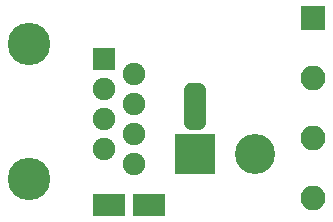
<source format=gbr>
G04 #@! TF.GenerationSoftware,KiCad,Pcbnew,5.99.0-unknown-2a1594d~86~ubuntu18.04.1*
G04 #@! TF.CreationDate,2020-02-12T17:40:13+02:00*
G04 #@! TF.ProjectId,adapter,61646170-7465-4722-9e6b-696361645f70,rev?*
G04 #@! TF.SameCoordinates,Original*
G04 #@! TF.FileFunction,Soldermask,Bot*
G04 #@! TF.FilePolarity,Negative*
%FSLAX46Y46*%
G04 Gerber Fmt 4.6, Leading zero omitted, Abs format (unit mm)*
G04 Created by KiCad (PCBNEW 5.99.0-unknown-2a1594d~86~ubuntu18.04.1) date 2020-02-12 17:40:13*
%MOMM*%
%LPD*%
G01*
G04 APERTURE LIST*
%ADD10R,2.100000X2.100000*%
%ADD11O,2.100000X2.100000*%
%ADD12R,1.900000X1.400000*%
%ADD13R,1.400000X1.900000*%
%ADD14R,3.400000X3.400000*%
%ADD15C,3.400000*%
%ADD16C,1.900000*%
%ADD17R,1.900000X1.900000*%
%ADD18C,3.600000*%
G04 APERTURE END LIST*
D10*
X81500000Y-42000000D03*
D11*
X81500000Y-47080000D03*
X81500000Y-52160000D03*
X81500000Y-57240000D03*
G36*
X72452935Y-48232649D02*
G01*
X72450000Y-48252287D01*
X72449999Y-48750000D01*
X72430193Y-48836777D01*
X72374697Y-48906366D01*
X72294503Y-48944986D01*
X72249999Y-48950000D01*
X70750000Y-48949999D01*
X70663223Y-48930193D01*
X70593634Y-48874697D01*
X70555014Y-48794503D01*
X70550000Y-48749999D01*
X70550000Y-48243739D01*
X70546478Y-48215462D01*
X70547517Y-48158768D01*
X70570415Y-48017388D01*
X70587325Y-47963261D01*
X70648985Y-47833990D01*
X70680407Y-47786785D01*
X70775870Y-47680016D01*
X70819278Y-47643528D01*
X70940870Y-47567844D01*
X70992772Y-47545007D01*
X71130719Y-47506491D01*
X71186948Y-47499138D01*
X71257490Y-47500000D01*
X71680355Y-47500000D01*
X71686947Y-47499138D01*
X71830159Y-47500889D01*
X71886189Y-47509613D01*
X72023154Y-47551487D01*
X72074485Y-47575587D01*
X72194191Y-47654220D01*
X72236693Y-47691756D01*
X72329519Y-47800825D01*
X72359779Y-47848784D01*
X72418261Y-47979523D01*
X72433843Y-48034045D01*
X72453281Y-48175943D01*
X72452935Y-48232649D01*
G37*
D12*
X71500000Y-49500000D03*
G36*
X72452935Y-50832648D02*
G01*
X72431765Y-50974297D01*
X72415518Y-51028625D01*
X72355442Y-51158640D01*
X72324598Y-51206225D01*
X72230447Y-51314152D01*
X72187489Y-51351168D01*
X72066830Y-51428332D01*
X72015210Y-51451802D01*
X71877744Y-51492000D01*
X71819166Y-51500024D01*
X71756574Y-51499259D01*
X71749999Y-51500000D01*
X71321744Y-51500000D01*
X71321744Y-51499670D01*
X71319168Y-51500024D01*
X71317204Y-51500000D01*
X71250000Y-51500000D01*
X71246199Y-51499132D01*
X71163749Y-51498124D01*
X71105387Y-51488672D01*
X70968944Y-51445128D01*
X70917912Y-51420403D01*
X70799175Y-51340314D01*
X70757133Y-51302259D01*
X70665647Y-51192063D01*
X70635976Y-51143740D01*
X70579095Y-51012297D01*
X70564180Y-50957586D01*
X70546478Y-50815461D01*
X70547517Y-50758767D01*
X70550000Y-50743436D01*
X70550001Y-50250000D01*
X70569807Y-50163223D01*
X70625303Y-50093634D01*
X70705497Y-50055014D01*
X70750001Y-50050000D01*
X72250000Y-50050001D01*
X72336777Y-50069807D01*
X72406366Y-50125303D01*
X72444986Y-50205497D01*
X72450000Y-50250001D01*
X72450000Y-50751985D01*
X72453282Y-50775944D01*
X72452935Y-50832648D01*
G37*
D13*
X64850000Y-57900000D03*
X63550000Y-57900000D03*
X66950000Y-57900000D03*
X68250000Y-57900000D03*
D14*
X71500000Y-53500000D03*
D15*
X76580000Y-53500000D03*
D16*
X66345000Y-54360000D03*
X63805000Y-53090000D03*
X66345000Y-51820000D03*
X63805000Y-50550000D03*
X66345000Y-49280000D03*
X63805000Y-48010000D03*
X66345000Y-46740000D03*
D17*
X63805000Y-45470000D03*
D18*
X57455000Y-44200000D03*
X57455000Y-55630000D03*
M02*

</source>
